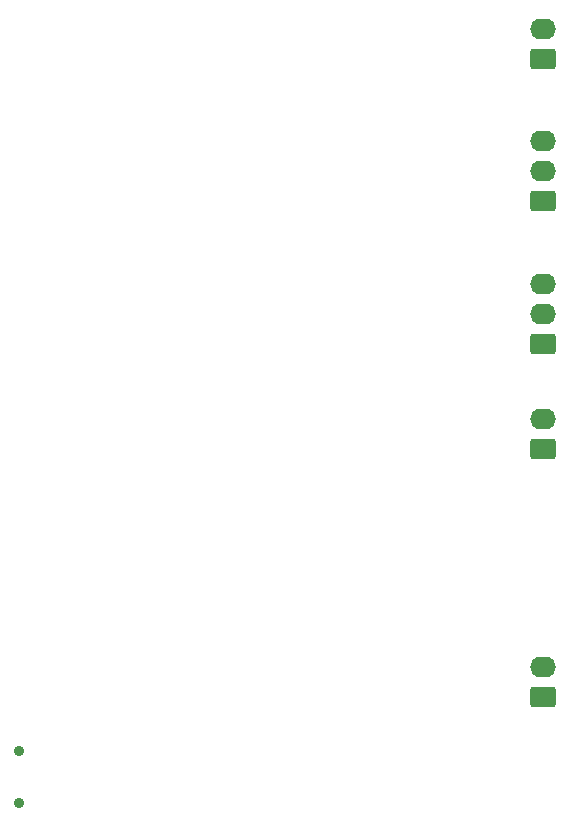
<source format=gbr>
%TF.GenerationSoftware,KiCad,Pcbnew,8.0.6*%
%TF.CreationDate,2025-02-23T18:05:14+01:00*%
%TF.ProjectId,TocBoatReceiver,546f6342-6f61-4745-9265-636569766572,rev?*%
%TF.SameCoordinates,Original*%
%TF.FileFunction,Soldermask,Bot*%
%TF.FilePolarity,Negative*%
%FSLAX46Y46*%
G04 Gerber Fmt 4.6, Leading zero omitted, Abs format (unit mm)*
G04 Created by KiCad (PCBNEW 8.0.6) date 2025-02-23 18:05:14*
%MOMM*%
%LPD*%
G01*
G04 APERTURE LIST*
G04 Aperture macros list*
%AMRoundRect*
0 Rectangle with rounded corners*
0 $1 Rounding radius*
0 $2 $3 $4 $5 $6 $7 $8 $9 X,Y pos of 4 corners*
0 Add a 4 corners polygon primitive as box body*
4,1,4,$2,$3,$4,$5,$6,$7,$8,$9,$2,$3,0*
0 Add four circle primitives for the rounded corners*
1,1,$1+$1,$2,$3*
1,1,$1+$1,$4,$5*
1,1,$1+$1,$6,$7*
1,1,$1+$1,$8,$9*
0 Add four rect primitives between the rounded corners*
20,1,$1+$1,$2,$3,$4,$5,0*
20,1,$1+$1,$4,$5,$6,$7,0*
20,1,$1+$1,$6,$7,$8,$9,0*
20,1,$1+$1,$8,$9,$2,$3,0*%
G04 Aperture macros list end*
%ADD10RoundRect,0.250000X0.845000X-0.620000X0.845000X0.620000X-0.845000X0.620000X-0.845000X-0.620000X0*%
%ADD11O,2.190000X1.740000*%
%ADD12C,0.900000*%
G04 APERTURE END LIST*
D10*
%TO.C,J6*%
X182000000Y-85620000D03*
D11*
X182000000Y-83080000D03*
X182000000Y-80540000D03*
%TD*%
D10*
%TO.C,J7*%
X182000000Y-73540000D03*
D11*
X182000000Y-71000000D03*
X182000000Y-68460000D03*
%TD*%
D12*
%TO.C,J2*%
X137600000Y-120100000D03*
X137600000Y-124500000D03*
%TD*%
D10*
%TO.C,J3*%
X182000000Y-115540000D03*
D11*
X182000000Y-113000000D03*
%TD*%
D10*
%TO.C,J4*%
X182000000Y-94540000D03*
D11*
X182000000Y-92000000D03*
%TD*%
D10*
%TO.C,J5*%
X182000000Y-61540000D03*
D11*
X182000000Y-59000000D03*
%TD*%
M02*

</source>
